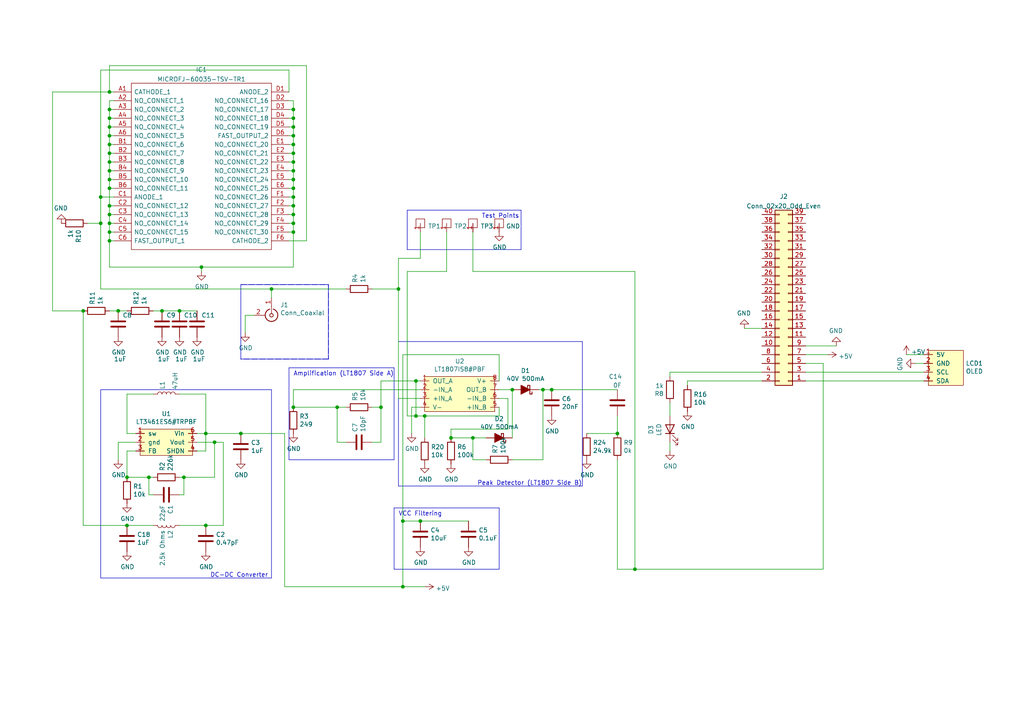
<source format=kicad_sch>
(kicad_sch (version 20211123) (generator eeschema)
  (paper "A4")
  (title_block (title "Cosmic_Watch") (date "2022-08-20") (rev "6.1") (company "Bronco Space CubeSat Laboratory") (comment 1 "Verified Connections, added LED and Switch") (comment 2 "Fixed missed connection on DC-DC Converter") (comment 3 "N/A") (comment 4 "Switched to Arduino Nano Every and added SD Card module") (comment 5 "N/A") (comment 6 "Changed Arduino Nano Every to Raspberry Pi Pico and added booster converter for 3.3V output") (comment 7 "Changed back to Nano"))
  (lib_symbols
    (symbol "Additional_Components:GND" (pin_names (offset 1.016))
      (property "Value" "Additional_Components_GND" (at 0 2.54 0))
      (symbol "GND_1_1"
        (rectangle (start -1.27 1.27) (end 1.27 -1.27))
        (pin input line (at 0 -2.54 90) (length 2.54) (name "~") (number "1"))
      )
    )
    (symbol "Additional_Components:OLED" (pin_names (offset 1.016))
      (property "Reference" "LCD" (at 0 6.35 0))
      (property "Value" "Additional_Components_OLED" (at 0 8.89 0))
      (symbol "OLED_0_1"
        (rectangle (start -5.08 5.08) (end 5.08 -5.08) (fill (type background)))
      )
      (symbol "OLED_1_1"
        (pin input line (at -6.35 3.81 0) (length 2.54) (name "5V") (number "1"))
        (pin input line (at -6.35 1.27 0) (length 2.54) (name "GND") (number "2"))
        (pin input line (at -6.35 -1.27 0) (length 2.54) (name "SCL") (number "3"))
        (pin input line (at -6.35 -3.81 0) (length 2.54) (name "SDA") (number "4"))
      )
    )
    (symbol "Additional_Components:Test_Point1" (pin_names (offset 1.016) hide)
      (property "Reference" "TP" (at 0 2.54 0))
      (symbol "Test_Point1_0_1"
        (rectangle (start -1.27 1.27) (end 1.27 -1.27))
      )
      (symbol "Test_Point1_1_1"
        (pin input line (at 0 -2.54 90) (length 2.54) (name "TP1") (number "1"))
      )
    )
    (symbol "Connector:Conn_Coaxial" (pin_names (offset 1.016) hide)
      (property "Reference" "J" (at 0.254 3.048 0))
      (property "Value" "Conn_Coaxial" (at 2.921 0 90))
      (symbol "Conn_Coaxial_0_1"
        (arc (start -1.778 -0.508) (mid 0.222 -1.808) (end 1.778 0) (stroke (width 0.254)))
        (polyline (pts (xy -2.54 0) (xy -0.508 0)))
        (polyline (pts (xy 0 -2.54) (xy 0 -1.778)))
        (circle (center 0 0) (radius 0.508) (stroke (width 0.2032)))
        (arc (start 1.778 0) (mid 0.222 1.8083) (end -1.778 0.508) (stroke (width 0.254)))
      )
      (symbol "Conn_Coaxial_1_1"
        (pin passive line (at -5.08 0 0) (length 2.54) (name "In") (number "1"))
        (pin passive line (at 0 -5.08 90) (length 2.54) (name "Ext") (number "2"))
      )
    )
    (symbol "Connector_Generic:Conn_02x20_Odd_Even" (pin_names (offset 1.016) hide)
      (property "Reference" "J" (at 1.27 25.4 0))
      (property "Value" "Conn_02x20_Odd_Even" (at 1.27 -27.94 0))
      (symbol "Conn_02x20_Odd_Even_1_1"
        (rectangle (start -1.27 -25.273) (end 0 -25.527) (stroke (width 0.1524)))
        (rectangle (start -1.27 -22.733) (end 0 -22.987) (stroke (width 0.1524)))
        (rectangle (start -1.27 -20.193) (end 0 -20.447) (stroke (width 0.1524)))
        (rectangle (start -1.27 -17.653) (end 0 -17.907) (stroke (width 0.1524)))
        (rectangle (start -1.27 -15.113) (end 0 -15.367) (stroke (width 0.1524)))
        (rectangle (start -1.27 -12.573) (end 0 -12.827) (stroke (width 0.1524)))
        (rectangle (start -1.27 -10.033) (end 0 -10.287) (stroke (width 0.1524)))
        (rectangle (start -1.27 -7.493) (end 0 -7.747) (stroke (width 0.1524)))
        (rectangle (start -1.27 -4.953) (end 0 -5.207) (stroke (width 0.1524)))
        (rectangle (start -1.27 -2.413) (end 0 -2.667) (stroke (width 0.1524)))
        (rectangle (start -1.27 0.127) (end 0 -0.127) (stroke (width 0.1524)))
        (rectangle (start -1.27 2.667) (end 0 2.413) (stroke (width 0.1524)))
        (rectangle (start -1.27 5.207) (end 0 4.953) (stroke (width 0.1524)))
        (rectangle (start -1.27 7.747) (end 0 7.493) (stroke (width 0.1524)))
        (rectangle (start -1.27 10.287) (end 0 10.033) (stroke (width 0.1524)))
        (rectangle (start -1.27 12.827) (end 0 12.573) (stroke (width 0.1524)))
        (rectangle (start -1.27 15.367) (end 0 15.113) (stroke (width 0.1524)))
        (rectangle (start -1.27 17.907) (end 0 17.653) (stroke (width 0.1524)))
        (rectangle (start -1.27 20.447) (end 0 20.193) (stroke (width 0.1524)))
        (rectangle (start -1.27 22.987) (end 0 22.733) (stroke (width 0.1524)))
        (rectangle (start -1.27 24.13) (end 3.81 -26.67) (stroke (width 0.254)) (fill (type background)))
        (rectangle (start 3.81 -25.273) (end 2.54 -25.527) (stroke (width 0.1524)))
        (rectangle (start 3.81 -22.733) (end 2.54 -22.987) (stroke (width 0.1524)))
        (rectangle (start 3.81 -20.193) (end 2.54 -20.447) (stroke (width 0.1524)))
        (rectangle (start 3.81 -17.653) (end 2.54 -17.907) (stroke (width 0.1524)))
        (rectangle (start 3.81 -15.113) (end 2.54 -15.367) (stroke (width 0.1524)))
        (rectangle (start 3.81 -12.573) (end 2.54 -12.827) (stroke (width 0.1524)))
        (rectangle (start 3.81 -10.033) (end 2.54 -10.287) (stroke (width 0.1524)))
        (rectangle (start 3.81 -7.493) (end 2.54 -7.747) (stroke (width 0.1524)))
        (rectangle (start 3.81 -4.953) (end 2.54 -5.207) (stroke (width 0.1524)))
        (rectangle (start 3.81 -2.413) (end 2.54 -2.667) (stroke (width 0.1524)))
        (rectangle (start 3.81 0.127) (end 2.54 -0.127) (stroke (width 0.1524)))
        (rectangle (start 3.81 2.667) (end 2.54 2.413) (stroke (width 0.1524)))
        (rectangle (start 3.81 5.207) (end 2.54 4.953) (stroke (width 0.1524)))
        (rectangle (start 3.81 7.747) (end 2.54 7.493) (stroke (width 0.1524)))
        (rectangle (start 3.81 10.287) (end 2.54 10.033) (stroke (width 0.1524)))
        (rectangle (start 3.81 12.827) (end 2.54 12.573) (stroke (width 0.1524)))
        (rectangle (start 3.81 15.367) (end 2.54 15.113) (stroke (width 0.1524)))
        (rectangle (start 3.81 17.907) (end 2.54 17.653) (stroke (width 0.1524)))
        (rectangle (start 3.81 20.447) (end 2.54 20.193) (stroke (width 0.1524)))
        (rectangle (start 3.81 22.987) (end 2.54 22.733) (stroke (width 0.1524)))
        (pin passive line (at -5.08 22.86 0) (length 3.81) (name "Pin_1") (number "1"))
        (pin passive line (at 7.62 12.7 180) (length 3.81) (name "Pin_10") (number "10"))
        (pin passive line (at -5.08 10.16 0) (length 3.81) (name "Pin_11") (number "11"))
        (pin passive line (at 7.62 10.16 180) (length 3.81) (name "Pin_12") (number "12"))
        (pin passive line (at -5.08 7.62 0) (length 3.81) (name "Pin_13") (number "13"))
        (pin passive line (at 7.62 7.62 180) (length 3.81) (name "Pin_14") (number "14"))
        (pin passive line (at -5.08 5.08 0) (length 3.81) (name "Pin_15") (number "15"))
        (pin passive line (at 7.62 5.08 180) (length 3.81) (name "Pin_16") (number "16"))
        (pin passive line (at -5.08 2.54 0) (length 3.81) (name "Pin_17") (number "17"))
        (pin passive line (at 7.62 2.54 180) (length 3.81) (name "Pin_18") (number "18"))
        (pin passive line (at -5.08 0 0) (length 3.81) (name "Pin_19") (number "19"))
        (pin passive line (at 7.62 22.86 180) (length 3.81) (name "Pin_2") (number "2"))
        (pin passive line (at 7.62 0 180) (length 3.81) (name "Pin_20") (number "20"))
        (pin passive line (at -5.08 -2.54 0) (length 3.81) (name "Pin_21") (number "21"))
        (pin passive line (at 7.62 -2.54 180) (length 3.81) (name "Pin_22") (number "22"))
        (pin passive line (at -5.08 -5.08 0) (length 3.81) (name "Pin_23") (number "23"))
        (pin passive line (at 7.62 -5.08 180) (length 3.81) (name "Pin_24") (number "24"))
        (pin passive line (at -5.08 -7.62 0) (length 3.81) (name "Pin_25") (number "25"))
        (pin passive line (at 7.62 -7.62 180) (length 3.81) (name "Pin_26") (number "26"))
        (pin passive line (at -5.08 -10.16 0) (length 3.81) (name "Pin_27") (number "27"))
        (pin passive line (at 7.62 -10.16 180) (length 3.81) (name "Pin_28") (number "28"))
        (pin passive line (at -5.08 -12.7 0) (length 3.81) (name "Pin_29") (number "29"))
        (pin passive line (at -5.08 20.32 0) (length 3.81) (name "Pin_3") (number "3"))
        (pin passive line (at 7.62 -12.7 180) (length 3.81) (name "Pin_30") (number "30"))
        (pin passive line (at -5.08 -15.24 0) (length 3.81) (name "Pin_31") (number "31"))
        (pin passive line (at 7.62 -15.24 180) (length 3.81) (name "Pin_32") (number "32"))
        (pin passive line (at -5.08 -17.78 0) (length 3.81) (name "Pin_33") (number "33"))
        (pin passive line (at 7.62 -17.78 180) (length 3.81) (name "Pin_34") (number "34"))
        (pin passive line (at -5.08 -20.32 0) (length 3.81) (name "Pin_35") (number "35"))
        (pin passive line (at 7.62 -20.32 180) (length 3.81) (name "Pin_36") (number "36"))
        (pin passive line (at -5.08 -22.86 0) (length 3.81) (name "Pin_37") (number "37"))
        (pin passive line (at 7.62 -22.86 180) (length 3.81) (name "Pin_38") (number "38"))
        (pin passive line (at -5.08 -25.4 0) (length 3.81) (name "Pin_39") (number "39"))
        (pin passive line (at 7.62 20.32 180) (length 3.81) (name "Pin_4") (number "4"))
        (pin passive line (at 7.62 -25.4 180) (length 3.81) (name "Pin_40") (number "40"))
        (pin passive line (at -5.08 17.78 0) (length 3.81) (name "Pin_5") (number "5"))
        (pin passive line (at 7.62 17.78 180) (length 3.81) (name "Pin_6") (number "6"))
        (pin passive line (at -5.08 15.24 0) (length 3.81) (name "Pin_7") (number "7"))
        (pin passive line (at 7.62 15.24 180) (length 3.81) (name "Pin_8") (number "8"))
        (pin passive line (at -5.08 12.7 0) (length 3.81) (name "Pin_9") (number "9"))
      )
    )
    (symbol "Cosmic:MICROFJ-60035-TSV-TR1" (pin_names (offset 0.762))
      (property "Reference" "IC" (at -1.27 26.67 0))
      (property "Value" "MICROFJ-60035-TSV-TR1" (at -7.62 24.13 0))
      (symbol "MICROFJ-60035-TSV-TR1_0_0"
        (pin passive line (at -24.13 20.32 0) (length 5.08) (name "CATHODE_1") (number "A1"))
        (pin passive line (at -24.13 17.78 0) (length 5.08) (name "NO_CONNECT_1") (number "A2"))
        (pin passive line (at -24.13 15.24 0) (length 5.08) (name "NO_CONNECT_2") (number "A3"))
        (pin passive line (at -24.13 12.7 0) (length 5.08) (name "NO_CONNECT_3") (number "A4"))
        (pin passive line (at -24.13 10.16 0) (length 5.08) (name "NO_CONNECT_4") (number "A5"))
        (pin passive line (at -24.13 7.62 0) (length 5.08) (name "NO_CONNECT_5") (number "A6"))
        (pin passive line (at -24.13 5.08 0) (length 5.08) (name "NO_CONNECT_6") (number "B1"))
        (pin passive line (at -24.13 2.54 0) (length 5.08) (name "NO_CONNECT_7") (number "B2"))
        (pin passive line (at -24.13 0 0) (length 5.08) (name "NO_CONNECT_8") (number "B3"))
        (pin passive line (at -24.13 -2.54 0) (length 5.08) (name "NO_CONNECT_9") (number "B4"))
        (pin passive line (at -24.13 -5.08 0) (length 5.08) (name "NO_CONNECT_10") (number "B5"))
        (pin passive line (at -24.13 -7.62 0) (length 5.08) (name "NO_CONNECT_11") (number "B6"))
        (pin passive line (at -24.13 -10.16 0) (length 5.08) (name "ANODE_1") (number "C1"))
        (pin passive line (at -24.13 -12.7 0) (length 5.08) (name "NO_CONNECT_12") (number "C2"))
        (pin passive line (at -24.13 -15.24 0) (length 5.08) (name "NO_CONNECT_13") (number "C3"))
        (pin passive line (at -24.13 -17.78 0) (length 5.08) (name "NO_CONNECT_14") (number "C4"))
        (pin passive line (at -24.13 -20.32 0) (length 5.08) (name "NO_CONNECT_15") (number "C5"))
        (pin passive line (at -24.13 -22.86 0) (length 5.08) (name "FAST_OUTPUT_1") (number "C6"))
        (pin passive line (at 26.67 20.32 180) (length 5.08) (name "ANODE_2") (number "D1"))
        (pin passive line (at 26.67 17.78 180) (length 5.08) (name "NO_CONNECT_16") (number "D2"))
        (pin passive line (at 26.67 15.24 180) (length 5.08) (name "NO_CONNECT_17") (number "D3"))
        (pin passive line (at 26.67 12.7 180) (length 5.08) (name "NO_CONNECT_18") (number "D4"))
        (pin passive line (at 26.67 10.16 180) (length 5.08) (name "NO_CONNECT_19") (number "D5"))
        (pin passive line (at 26.67 7.62 180) (length 5.08) (name "FAST_OUTPUT_2") (number "D6"))
        (pin passive line (at 26.67 5.08 180) (length 5.08) (name "NO_CONNECT_20") (number "E1"))
        (pin passive line (at 26.67 2.54 180) (length 5.08) (name "NO_CONNECT_21") (number "E2"))
        (pin passive line (at 26.67 0 180) (length 5.08) (name "NO_CONNECT_22") (number "E3"))
        (pin passive line (at 26.67 -2.54 180) (length 5.08) (name "NO_CONNECT_23") (number "E4"))
        (pin passive line (at 26.67 -5.08 180) (length 5.08) (name "NO_CONNECT_24") (number "E5"))
        (pin passive line (at 26.67 -7.62 180) (length 5.08) (name "NO_CONNECT_25") (number "E6"))
        (pin passive line (at 26.67 -10.16 180) (length 5.08) (name "NO_CONNECT_26") (number "F1"))
        (pin passive line (at 26.67 -12.7 180) (length 5.08) (name "NO_CONNECT_27") (number "F2"))
        (pin passive line (at 26.67 -15.24 180) (length 5.08) (name "NO_CONNECT_28") (number "F3"))
        (pin passive line (at 26.67 -17.78 180) (length 5.08) (name "NO_CONNECT_29") (number "F4"))
        (pin passive line (at 26.67 -20.32 180) (length 5.08) (name "NO_CONNECT_30") (number "F5"))
        (pin passive line (at 26.67 -22.86 180) (length 5.08) (name "CATHODE_2") (number "F6"))
      )
      (symbol "MICROFJ-60035-TSV-TR1_0_1"
        (polyline (pts (xy -19.05 22.86) (xy 21.59 22.86) (xy 21.59 -25.4) (xy -19.05 -25.4) (xy -19.05 22.86)) (stroke (width 0.1524)))
      )
    )
    (symbol "Device:C" (pin_numbers hide) (pin_names (offset 0.254))
      (property "Reference" "C" (at 0.635 2.54 0))
      (property "Value" "C" (at 0.635 -2.54 0))
      (symbol "C_0_1"
        (polyline (pts (xy -2.032 -0.762) (xy 2.032 -0.762)) (stroke (width 0.508)))
        (polyline (pts (xy -2.032 0.762) (xy 2.032 0.762)) (stroke (width 0.508)))
      )
      (symbol "C_1_1"
        (pin passive line (at 0 3.81 270) (length 2.794) (name "~") (number "1"))
        (pin passive line (at 0 -3.81 90) (length 2.794) (name "~") (number "2"))
      )
    )
    (symbol "Device:D_Schottky_ALT" (pin_numbers hide) (pin_names (offset 1.016) hide)
      (property "Reference" "D" (at 0 2.54 0))
      (property "Value" "Device_D_Schottky_ALT" (at 0 -2.54 0))
      (symbol "D_Schottky_ALT_0_1"
        (polyline (pts (xy 1.27 0) (xy -1.27 0)))
        (polyline (pts (xy 1.27 1.27) (xy 1.27 -1.27) (xy -1.27 0) (xy 1.27 1.27)) (stroke (width 0.254)) (fill (type outline)))
        (polyline (pts (xy -1.905 0.635) (xy -1.905 1.27) (xy -1.27 1.27) (xy -1.27 -1.27) (xy -0.635 -1.27) (xy -0.635 -0.635)) (stroke (width 0.254)))
      )
      (symbol "D_Schottky_ALT_1_1"
        (pin passive line (at -3.81 0 0) (length 2.54) (name "K") (number "1"))
        (pin passive line (at 3.81 0 180) (length 2.54) (name "A") (number "2"))
      )
    )
    (symbol "Device:L" (pin_numbers hide) (pin_names (offset 1.016) hide)
      (property "Reference" "L" (at -1.27 0 90))
      (property "Value" "L" (at 1.905 0 90))
      (symbol "L_0_1"
        (arc (start 0 -2.54) (mid 0.635 -1.905) (end 0 -1.27))
        (arc (start 0 -1.27) (mid 0.635 -0.635) (end 0 0))
        (arc (start 0 0) (mid 0.635 0.635) (end 0 1.27))
        (arc (start 0 1.27) (mid 0.635 1.905) (end 0 2.54))
      )
      (symbol "L_1_1"
        (pin passive line (at 0 3.81 270) (length 1.27) (name "1") (number "1"))
        (pin passive line (at 0 -3.81 90) (length 1.27) (name "2") (number "2"))
      )
    )
    (symbol "Device:LED" (pin_numbers hide) (pin_names (offset 1.016) hide)
      (property "Reference" "D" (at 0 2.54 0))
      (property "Value" "LED" (at 0 -2.54 0))
      (symbol "LED_0_1"
        (polyline (pts (xy -1.27 -1.27) (xy -1.27 1.27)) (stroke (width 0.254)))
        (polyline (pts (xy -1.27 0) (xy 1.27 0)))
        (polyline (pts (xy 1.27 -1.27) (xy 1.27 1.27) (xy -1.27 0) (xy 1.27 -1.27)) (stroke (width 0.254)))
        (polyline (pts (xy -3.048 -0.762) (xy -4.572 -2.286) (xy -3.81 -2.286) (xy -4.572 -2.286) (xy -4.572 -1.524)))
        (polyline (pts (xy -1.778 -0.762) (xy -3.302 -2.286) (xy -2.54 -2.286) (xy -3.302 -2.286) (xy -3.302 -1.524)))
      )
      (symbol "LED_1_1"
        (pin passive line (at -3.81 0 0) (length 2.54) (name "K") (number "1"))
        (pin passive line (at 3.81 0 180) (length 2.54) (name "A") (number "2"))
      )
    )
    (symbol "Device:R" (pin_numbers hide) (pin_names (offset 0))
      (property "Reference" "R" (at 2.032 0 90))
      (property "Value" "R" (at 0 0 90))
      (symbol "R_0_1"
        (rectangle (start -1.016 -2.54) (end 1.016 2.54) (stroke (width 0.254)))
      )
      (symbol "R_1_1"
        (pin passive line (at 0 3.81 270) (length 1.27) (name "~") (number "1"))
        (pin passive line (at 0 -3.81 90) (length 1.27) (name "~") (number "2"))
      )
    )
    (symbol "Missing_ICs:L3461A" (pin_names (offset 1.016))
      (property "Reference" "U" (at 0 6.35 0))
      (property "Value" "Missing_ICs_L3461A" (at 0 3.81 0))
      (symbol "L3461A_0_1"
        (rectangle (start -7.62 2.54) (end 7.62 -5.08) (fill (type background)))
      )
      (symbol "L3461A_1_1"
        (pin input line (at -8.89 1.27 0) (length 2.54) (name "sw") (number "1"))
        (pin input line (at -8.89 -1.27 0) (length 2.54) (name "gnd") (number "2"))
        (pin input line (at -8.89 -3.81 0) (length 2.54) (name "FB") (number "3"))
        (pin input line (at 8.89 -3.81 180) (length 2.54) (name "SHDN") (number "4"))
        (pin input line (at 8.89 -1.27 180) (length 2.54) (name "Vout") (number "5"))
        (pin input line (at 8.89 1.27 180) (length 2.54) (name "Vin") (number "6"))
      )
    )
    (symbol "Missing_ICs:LT1807IS8" (pin_names (offset 1.016))
      (property "Reference" "U" (at 0 10.16 0))
      (property "Value" "Missing_ICs_LT1807IS8" (at 0 7.62 0))
      (symbol "LT1807IS8_0_1"
        (rectangle (start -10.16 6.35) (end 10.16 -3.81) (fill (type background)))
      )
      (symbol "LT1807IS8_1_1"
        (pin input line (at -11.43 5.08 0) (length 2.54) (name "OUT_A") (number "1"))
        (pin input line (at -11.43 2.54 0) (length 2.54) (name "-IN_A") (number "2"))
        (pin input line (at -11.43 0 0) (length 2.54) (name "+IN_A") (number "3"))
        (pin input line (at -11.43 -2.54 0) (length 2.54) (name "V-") (number "4"))
        (pin input line (at 11.43 -2.54 180) (length 2.54) (name "+IN_B") (number "5"))
        (pin input line (at 11.43 0 180) (length 2.54) (name "-IN_B") (number "6"))
        (pin input line (at 11.43 2.54 180) (length 2.54) (name "OUT_B") (number "7"))
        (pin input line (at 11.43 5.08 180) (length 2.54) (name "V+") (number "8"))
      )
    )
    (symbol "power:+5V" (power) (pin_names (offset 0))
      (property "Value" "+5V" (at 0 3.556 0))
      (symbol "+5V_0_1"
        (polyline (pts (xy -0.762 1.27) (xy 0 2.54)))
        (polyline (pts (xy 0 0) (xy 0 2.54)))
        (polyline (pts (xy 0 2.54) (xy 0.762 1.27)))
      )
      (symbol "+5V_1_1"
        (pin power_in line (at 0 0 90) (length 0) hide (name "+5V") (number "1"))
      )
    )
    (symbol "power:GND" (power) (pin_names (offset 0))
      (property "Value" "GND" (at 0 -3.81 0))
      (symbol "GND_0_1"
        (polyline (pts (xy 0 0) (xy 0 -1.27) (xy 1.27 -1.27) (xy 0 -2.54) (xy -1.27 -1.27) (xy 0 -1.27)))
      )
      (symbol "GND_1_1"
        (pin power_in line (at 0 0 270) (length 0) hide (name "GND") (number "1"))
      )
    )
  )
  (junction (at 85.09 36.83))
  (junction (at 85.09 44.45))
  (junction (at 157.48 113.03))
  (junction (at 31.75 41.91))
  (junction (at 123.19 120.65))
  (junction (at 59.69 125.73))
  (junction (at 59.69 152.4))
  (junction (at 85.09 49.53))
  (junction (at 85.09 64.77))
  (junction (at 85.09 34.29))
  (junction (at 130.81 127))
  (junction (at 52.07 90.17))
  (junction (at 85.09 59.69))
  (junction (at 36.83 152.4))
  (junction (at 43.18 138.43))
  (junction (at 85.09 39.37))
  (junction (at 97.79 118.11))
  (junction (at 31.75 49.53))
  (junction (at 120.65 120.65))
  (junction (at 85.09 62.23))
  (junction (at 31.75 54.61))
  (junction (at 85.09 52.07))
  (junction (at 85.09 57.15))
  (junction (at 31.75 36.83))
  (junction (at 78.74 83.82))
  (junction (at 62.23 128.27))
  (junction (at 85.09 46.99))
  (junction (at 31.75 59.69))
  (junction (at 58.42 77.47))
  (junction (at 179.07 125.73))
  (junction (at 46.99 90.17))
  (junction (at 31.75 34.29))
  (junction (at 85.09 41.91))
  (junction (at 69.85 125.73))
  (junction (at 31.75 62.23))
  (junction (at 85.09 67.31))
  (junction (at 85.09 31.75))
  (junction (at 31.75 69.85))
  (junction (at 31.75 26.67))
  (junction (at 85.09 118.11))
  (junction (at 29.21 64.77))
  (junction (at 115.57 83.82))
  (junction (at 31.75 64.77))
  (junction (at 31.75 31.75))
  (junction (at 120.65 110.49))
  (junction (at 31.75 44.45))
  (junction (at 116.84 151.13))
  (junction (at 121.92 151.13))
  (junction (at 184.15 165.1))
  (junction (at 31.75 39.37))
  (junction (at 110.49 118.11))
  (junction (at 160.02 113.03))
  (junction (at 116.84 170.18))
  (junction (at 31.75 52.07))
  (junction (at 24.13 90.17))
  (junction (at 148.59 113.03))
  (junction (at 36.83 138.43))
  (junction (at 29.21 57.15))
  (junction (at 53.34 138.43))
  (junction (at 85.09 54.61))
  (junction (at 137.16 127))
  (junction (at 31.75 46.99))
  (junction (at 31.75 67.31))
  (junction (at 34.29 90.17))
  (wire (pts (xy 85.09 59.69) (xy 85.09 62.23)))
  (wire (pts (xy 121.92 151.13) (xy 135.89 151.13)))
  (wire (pts (xy 115.57 115.57) (xy 121.92 115.57)))
  (wire (pts (xy 115.57 74.93) (xy 115.57 83.82)))
  (wire (pts (xy 184.15 78.74) (xy 184.15 165.1)))
  (wire (pts (xy 83.82 20.32) (xy 29.21 20.32)))
  (wire (pts (xy 120.65 120.65) (xy 118.11 120.65)))
  (wire (pts (xy 58.42 77.47) (xy 58.42 78.74)))
  (wire (pts (xy 31.75 39.37) (xy 31.75 41.91)))
  (wire (pts (xy 31.75 59.69) (xy 33.02 59.69)))
  (wire (pts (xy 31.75 44.45) (xy 33.02 44.45)))
  (wire (pts (xy 78.74 83.82) (xy 78.74 86.36)))
  (wire (pts (xy 83.82 62.23) (xy 85.09 62.23)))
  (wire (pts (xy 110.49 118.11) (xy 110.49 128.27)))
  (wire (pts (xy 157.48 113.03) (xy 157.48 133.35)))
  (wire (pts (xy 199.39 110.49) (xy 199.39 111.76)))
  (wire (pts (xy 220.98 110.49) (xy 199.39 110.49)))
  (wire (pts (xy 85.09 44.45) (xy 85.09 46.99)))
  (wire (pts (xy 31.75 54.61) (xy 33.02 54.61)))
  (wire (pts (xy 83.82 34.29) (xy 85.09 34.29)))
  (wire (pts (xy 31.75 34.29) (xy 33.02 34.29)))
  (wire (pts (xy 215.9 95.25) (xy 220.98 95.25)))
  (polyline (pts (xy 95.25 82.55) (xy 95.25 104.14)) (stroke (width 0) (type solid)))
  (wire (pts (xy 121.92 110.49) (xy 120.65 110.49)))
  (wire (pts (xy 31.75 31.75) (xy 33.02 31.75)))
  (wire (pts (xy 148.59 113.03) (xy 144.78 113.03)))
  (wire (pts (xy 262.89 102.87) (xy 267.97 102.87)))
  (wire (pts (xy 85.09 54.61) (xy 85.09 57.15)))
  (wire (pts (xy 194.31 116.84) (xy 194.31 120.65)))
  (wire (pts (xy 31.75 64.77) (xy 33.02 64.77)))
  (wire (pts (xy 147.32 124.46) (xy 147.32 115.57)))
  (wire (pts (xy 57.15 128.27) (xy 62.23 128.27)))
  (polyline (pts (xy 78.74 113.03) (xy 29.21 113.03)) (stroke (width 0) (type solid)))
  (wire (pts (xy 83.82 52.07) (xy 85.09 52.07)))
  (wire (pts (xy 194.31 128.27) (xy 194.31 130.81)))
  (wire (pts (xy 15.24 26.67) (xy 15.24 90.17)))
  (wire (pts (xy 44.45 90.17) (xy 46.99 90.17)))
  (wire (pts (xy 29.21 64.77) (xy 29.21 83.82)))
  (polyline (pts (xy 118.11 72.39) (xy 118.11 60.96)) (stroke (width 0) (type solid)))
  (wire (pts (xy 123.19 120.65) (xy 123.19 127)))
  (wire (pts (xy 31.75 46.99) (xy 33.02 46.99)))
  (wire (pts (xy 83.82 31.75) (xy 85.09 31.75)))
  (wire (pts (xy 36.83 130.81) (xy 36.83 138.43)))
  (polyline (pts (xy 29.21 167.64) (xy 78.74 167.64)) (stroke (width 0) (type solid)))
  (wire (pts (xy 29.21 83.82) (xy 78.74 83.82)))
  (wire (pts (xy 53.34 138.43) (xy 53.34 143.51)))
  (wire (pts (xy 157.48 113.03) (xy 156.21 113.03)))
  (wire (pts (xy 31.75 29.21) (xy 31.75 31.75)))
  (wire (pts (xy 83.82 64.77) (xy 85.09 64.77)))
  (wire (pts (xy 107.95 118.11) (xy 110.49 118.11)))
  (wire (pts (xy 31.75 36.83) (xy 31.75 39.37)))
  (wire (pts (xy 31.75 26.67) (xy 33.02 26.67)))
  (wire (pts (xy 31.75 67.31) (xy 31.75 69.85)))
  (wire (pts (xy 24.13 152.4) (xy 24.13 90.17)))
  (polyline (pts (xy 114.3 165.1) (xy 114.3 147.32)) (stroke (width 0) (type solid)))
  (wire (pts (xy 71.12 91.44) (xy 71.12 96.52)))
  (wire (pts (xy 59.69 125.73) (xy 59.69 114.3)))
  (wire (pts (xy 44.45 143.51) (xy 43.18 143.51)))
  (wire (pts (xy 53.34 138.43) (xy 52.07 138.43)))
  (wire (pts (xy 31.75 44.45) (xy 31.75 46.99)))
  (wire (pts (xy 194.31 107.95) (xy 194.31 109.22)))
  (polyline (pts (xy 151.13 72.39) (xy 118.11 72.39)) (stroke (width 0) (type solid)))
  (wire (pts (xy 57.15 130.81) (xy 59.69 130.81)))
  (wire (pts (xy 83.82 44.45) (xy 85.09 44.45)))
  (wire (pts (xy 34.29 90.17) (xy 36.83 90.17)))
  (wire (pts (xy 184.15 165.1) (xy 238.76 165.1)))
  (wire (pts (xy 31.75 41.91) (xy 31.75 44.45)))
  (wire (pts (xy 85.09 46.99) (xy 85.09 49.53)))
  (wire (pts (xy 58.42 77.47) (xy 85.09 77.47)))
  (wire (pts (xy 130.81 127) (xy 130.81 124.46)))
  (wire (pts (xy 83.82 57.15) (xy 85.09 57.15)))
  (wire (pts (xy 144.78 110.49) (xy 144.78 102.87)))
  (wire (pts (xy 31.75 41.91) (xy 33.02 41.91)))
  (wire (pts (xy 64.77 128.27) (xy 64.77 152.4)))
  (wire (pts (xy 29.21 20.32) (xy 29.21 57.15)))
  (wire (pts (xy 115.57 83.82) (xy 115.57 115.57)))
  (wire (pts (xy 82.55 170.18) (xy 116.84 170.18)))
  (polyline (pts (xy 69.85 82.55) (xy 95.25 82.55)) (stroke (width 0) (type solid)))
  (wire (pts (xy 29.21 57.15) (xy 29.21 64.77)))
  (wire (pts (xy 85.09 34.29) (xy 85.09 36.83)))
  (polyline (pts (xy 115.57 99.06) (xy 168.91 99.06)) (stroke (width 0) (type solid)))
  (wire (pts (xy 44.45 152.4) (xy 36.83 152.4)))
  (wire (pts (xy 179.07 165.1) (xy 184.15 165.1)))
  (polyline (pts (xy 83.82 133.35) (xy 114.3 133.35)) (stroke (width 0) (type solid)))
  (wire (pts (xy 44.45 138.43) (xy 43.18 138.43)))
  (wire (pts (xy 265.43 105.41) (xy 267.97 105.41)))
  (wire (pts (xy 238.76 105.41) (xy 233.68 105.41)))
  (wire (pts (xy 85.09 62.23) (xy 85.09 64.77)))
  (wire (pts (xy 85.09 41.91) (xy 85.09 44.45)))
  (polyline (pts (xy 69.85 82.55) (xy 95.25 82.55)))
  (wire (pts (xy 83.82 46.99) (xy 85.09 46.99)))
  (wire (pts (xy 120.65 110.49) (xy 110.49 110.49)))
  (wire (pts (xy 85.09 67.31) (xy 85.09 77.47)))
  (wire (pts (xy 31.75 34.29) (xy 31.75 36.83)))
  (wire (pts (xy 88.9 69.85) (xy 83.82 69.85)))
  (polyline (pts (xy 83.82 106.68) (xy 83.82 133.35)) (stroke (width 0) (type solid)))
  (wire (pts (xy 233.68 107.95) (xy 267.97 107.95)))
  (wire (pts (xy 15.24 90.17) (xy 24.13 90.17)))
  (wire (pts (xy 31.75 64.77) (xy 31.75 67.31)))
  (polyline (pts (xy 83.82 106.68) (xy 114.3 106.68)) (stroke (width 0) (type solid)))
  (wire (pts (xy 140.97 127) (xy 137.16 127)))
  (wire (pts (xy 83.82 26.67) (xy 83.82 20.32)))
  (wire (pts (xy 31.75 39.37) (xy 33.02 39.37)))
  (wire (pts (xy 31.75 29.21) (xy 33.02 29.21)))
  (wire (pts (xy 147.32 115.57) (xy 144.78 115.57)))
  (wire (pts (xy 85.09 39.37) (xy 85.09 41.91)))
  (wire (pts (xy 120.65 120.65) (xy 120.65 110.49)))
  (wire (pts (xy 31.75 90.17) (xy 34.29 90.17)))
  (wire (pts (xy 118.11 78.74) (xy 129.54 78.74)))
  (wire (pts (xy 140.97 133.35) (xy 137.16 133.35)))
  (polyline (pts (xy 69.85 82.55) (xy 69.85 104.14)) (stroke (width 0) (type solid)))
  (wire (pts (xy 83.82 59.69) (xy 85.09 59.69)))
  (wire (pts (xy 64.77 152.4) (xy 59.69 152.4)))
  (wire (pts (xy 85.09 29.21) (xy 85.09 31.75)))
  (wire (pts (xy 160.02 113.03) (xy 157.48 113.03)))
  (wire (pts (xy 85.09 31.75) (xy 85.09 34.29)))
  (wire (pts (xy 31.75 69.85) (xy 31.75 77.47)))
  (polyline (pts (xy 114.3 106.68) (xy 114.3 133.35)) (stroke (width 0) (type solid)))
  (polyline (pts (xy 29.21 113.03) (xy 29.21 167.64)) (stroke (width 0) (type solid)))
  (wire (pts (xy 31.75 69.85) (xy 33.02 69.85)))
  (wire (pts (xy 110.49 110.49) (xy 110.49 118.11)))
  (wire (pts (xy 85.09 49.53) (xy 85.09 52.07)))
  (polyline (pts (xy 115.57 115.57) (xy 115.57 140.97)) (stroke (width 0) (type solid)))
  (wire (pts (xy 39.37 128.27) (xy 34.29 128.27)))
  (wire (pts (xy 31.75 26.67) (xy 31.75 19.05)))
  (wire (pts (xy 85.09 118.11) (xy 85.09 113.03)))
  (wire (pts (xy 85.09 36.83) (xy 85.09 39.37)))
  (wire (pts (xy 148.59 127) (xy 148.59 113.03)))
  (polyline (pts (xy 95.25 104.14) (xy 69.85 104.14)))
  (polyline (pts (xy 115.57 140.97) (xy 168.91 140.97)) (stroke (width 0) (type solid)))
  (wire (pts (xy 129.54 78.74) (xy 129.54 67.31)))
  (wire (pts (xy 116.84 151.13) (xy 121.92 151.13)))
  (polyline (pts (xy 114.3 147.32) (xy 144.78 147.32)) (stroke (width 0) (type solid)))
  (wire (pts (xy 83.82 36.83) (xy 85.09 36.83)))
  (wire (pts (xy 118.11 78.74) (xy 118.11 120.65)))
  (polyline (pts (xy 118.11 60.96) (xy 151.13 60.96)) (stroke (width 0) (type solid)))
  (wire (pts (xy 116.84 151.13) (xy 116.84 170.18)))
  (wire (pts (xy 83.82 29.21) (xy 85.09 29.21)))
  (wire (pts (xy 43.18 143.51) (xy 43.18 138.43)))
  (wire (pts (xy 82.55 125.73) (xy 82.55 170.18)))
  (wire (pts (xy 36.83 114.3) (xy 44.45 114.3)))
  (wire (pts (xy 59.69 152.4) (xy 52.07 152.4)))
  (wire (pts (xy 69.85 125.73) (xy 82.55 125.73)))
  (wire (pts (xy 144.78 120.65) (xy 123.19 120.65)))
  (wire (pts (xy 46.99 90.17) (xy 52.07 90.17)))
  (wire (pts (xy 144.78 102.87) (xy 116.84 102.87)))
  (wire (pts (xy 52.07 114.3) (xy 59.69 114.3)))
  (wire (pts (xy 88.9 19.05) (xy 88.9 69.85)))
  (wire (pts (xy 179.07 125.73) (xy 170.18 125.73)))
  (polyline (pts (xy 95.25 104.14) (xy 69.85 104.14)) (stroke (width 0) (type solid)))
  (wire (pts (xy 83.82 67.31) (xy 85.09 67.31)))
  (wire (pts (xy 85.09 118.11) (xy 97.79 118.11)))
  (wire (pts (xy 115.57 83.82) (xy 107.95 83.82)))
  (wire (pts (xy 39.37 125.73) (xy 36.83 125.73)))
  (wire (pts (xy 194.31 107.95) (xy 220.98 107.95)))
  (wire (pts (xy 116.84 102.87) (xy 116.84 151.13)))
  (wire (pts (xy 52.07 90.17) (xy 57.15 90.17)))
  (wire (pts (xy 83.82 41.91) (xy 85.09 41.91)))
  (wire (pts (xy 100.33 128.27) (xy 97.79 128.27)))
  (polyline (pts (xy 168.91 99.06) (xy 168.91 140.97)) (stroke (width 0) (type solid)))
  (wire (pts (xy 31.75 31.75) (xy 31.75 34.29)))
  (wire (pts (xy 119.38 118.11) (xy 119.38 125.73)))
  (wire (pts (xy 116.84 170.18) (xy 123.19 170.18)))
  (wire (pts (xy 137.16 127) (xy 130.81 127)))
  (wire (pts (xy 31.75 59.69) (xy 31.75 62.23)))
  (polyline (pts (xy 78.74 167.64) (xy 78.74 113.03)) (stroke (width 0) (type solid)))
  (wire (pts (xy 97.79 118.11) (xy 100.33 118.11)))
  (wire (pts (xy 121.92 74.93) (xy 115.57 74.93)))
  (wire (pts (xy 31.75 54.61) (xy 31.75 59.69)))
  (wire (pts (xy 85.09 64.77) (xy 85.09 67.31)))
  (polyline (pts (xy 95.25 82.55) (xy 95.25 104.14)))
  (wire (pts (xy 62.23 138.43) (xy 53.34 138.43)))
  (wire (pts (xy 137.16 78.74) (xy 137.16 67.31)))
  (wire (pts (xy 53.34 143.51) (xy 52.07 143.51)))
  (wire (pts (xy 59.69 125.73) (xy 59.69 130.81)))
  (wire (pts (xy 31.75 62.23) (xy 31.75 64.77)))
  (wire (pts (xy 137.16 133.35) (xy 137.16 127)))
  (wire (pts (xy 39.37 130.81) (xy 36.83 130.81)))
  (wire (pts (xy 121.92 67.31) (xy 121.92 74.93)))
  (wire (pts (xy 36.83 125.73) (xy 36.83 114.3)))
  (wire (pts (xy 62.23 128.27) (xy 62.23 138.43)))
  (wire (pts (xy 83.82 54.61) (xy 85.09 54.61)))
  (wire (pts (xy 107.95 128.27) (xy 110.49 128.27)))
  (wire (pts (xy 238.76 105.41) (xy 238.76 165.1)))
  (polyline (pts (xy 144.78 165.1) (xy 114.3 165.1)) (stroke (width 0) (type solid)))
  (wire (pts (xy 57.15 125.73) (xy 59.69 125.73)))
  (wire (pts (xy 78.74 83.82) (xy 100.33 83.82)))
  (wire (pts (xy 59.69 125.73) (xy 69.85 125.73)))
  (polyline (pts (xy 144.78 147.32) (xy 144.78 165.1)) (stroke (width 0) (type solid)))
  (wire (pts (xy 31.75 62.23) (xy 33.02 62.23)))
  (wire (pts (xy 31.75 52.07) (xy 33.02 52.07)))
  (polyline (pts (xy 151.13 60.96) (xy 151.13 72.39)) (stroke (width 0) (type solid)))
  (wire (pts (xy 31.75 46.99) (xy 31.75 49.53)))
  (wire (pts (xy 184.15 78.74) (xy 137.16 78.74)))
  (wire (pts (xy 83.82 39.37) (xy 85.09 39.37)))
  (wire (pts (xy 83.82 49.53) (xy 85.09 49.53)))
  (wire (pts (xy 85.09 113.03) (xy 121.92 113.03)))
  (wire (pts (xy 33.02 57.15) (xy 29.21 57.15)))
  (wire (pts (xy 85.09 52.07) (xy 85.09 54.61)))
  (wire (pts (xy 31.75 52.07) (xy 31.75 54.61)))
  (wire (pts (xy 179.07 165.1) (xy 179.07 133.35)))
  (wire (pts (xy 179.07 113.03) (xy 160.02 113.03)))
  (wire (pts (xy 130.81 124.46) (xy 147.32 124.46)))
  (wire (pts (xy 62.23 128.27) (xy 64.77 128.27)))
  (wire (pts (xy 121.92 118.11) (xy 119.38 118.11)))
  (wire (pts (xy 34.29 128.27) (xy 34.29 133.35)))
  (wire (pts (xy 144.78 118.11) (xy 144.78 120.65)))
  (wire (pts (xy 31.75 36.83) (xy 33.02 36.83)))
  (wire (pts (xy 233.68 100.33) (xy 242.57 100.33)))
  (wire (pts (xy 73.66 91.44) (xy 71.12 91.44)))
  (wire (pts (xy 15.24 26.67) (xy 31.75 26.67)))
  (wire (pts (xy 31.75 49.53) (xy 31.75 52.07)))
  (wire (pts (xy 233.68 110.49) (xy 267.97 110.49)))
  (wire (pts (xy 31.75 19.05) (xy 88.9 19.05)))
  (wire (pts (xy 31.75 49.53) (xy 33.02 49.53)))
  (wire (pts (xy 29.21 64.77) (xy 25.4 64.77)))
  (wire (pts (xy 31.75 67.31) (xy 33.02 67.31)))
  (wire (pts (xy 157.48 133.35) (xy 148.59 133.35)))
  (wire (pts (xy 85.09 57.15) (xy 85.09 59.69)))
  (wire (pts (xy 43.18 138.43) (xy 36.83 138.43)))
  (wire (pts (xy 24.13 152.4) (xy 36.83 152.4)))
  (wire (pts (xy 97.79 118.11) (xy 97.79 128.27)))
  (wire (pts (xy 31.75 77.47) (xy 58.42 77.47)))
  (wire (pts (xy 179.07 120.65) (xy 179.07 125.73)))
  (wire (pts (xy 233.68 102.87) (xy 240.03 102.87)))
  (wire (pts (xy 123.19 120.65) (xy 120.65 120.65)))
  (text "Peak Detector (LT1807 Side B)" (at 138.43 140.97 0) (effects (font (size 1.27 1.27)) (justify left bottom)))
  (text "Test Points\n" (at 139.7 63.5 0) (effects (font (size 1.27 1.27)) (justify left bottom)))
  (text "VCC Filtering\n" (at 115.57 149.86 0) (effects (font (size 1.27 1.27)) (justify left bottom)))
  (text "Amplification (LT1807 Side A)" (at 85.09 109.22 0) (effects (font (size 1.27 1.27)) (justify left bottom)))
  (text "DC-DC Converter" (at 60.96 167.64 0) (effects (font (size 1.27 1.27)) (justify left bottom)))
  (symbol (lib_id "Device:R") (at 85.09 121.92 0) (unit 1)
    (property "Reference" "R3" (at 86.868 120.7516 0) (effects (justify left)))
    (property "Value" "249" (at 86.868 123.063 0) (effects (justify left)))
    (property "Footprint" "Resistor_SMD:R_0805_2012Metric_Pad1.20x1.40mm_HandSolder" (effects hide))
  )
  (symbol (lib_id "Device:R") (at 179.07 129.54 0) (unit 1)
    (property "Reference" "R9" (at 180.848 128.3716 0) (effects (justify left)))
    (property "Value" "0k" (at 180.848 130.683 0) (effects (justify left)))
    (property "Footprint" "Resistor_SMD:R_0805_2012Metric_Pad1.20x1.40mm_HandSolder" (effects hide))
  )
  (symbol (lib_id "Device:R") (at 123.19 130.81 0) (unit 1)
    (property "Reference" "R20" (at 124.968 129.6416 0) (effects (justify left)))
    (property "Value" "10k" (at 124.968 131.953 0) (effects (justify left)))
    (property "Footprint" "Resistor_SMD:R_0805_2012Metric_Pad1.20x1.40mm_HandSolder" (effects hide))
  )
  (symbol (lib_id "Device:R") (at 170.18 129.54 0) (unit 1)
    (property "Reference" "R24" (at 171.958 128.3716 0) (effects (justify left)))
    (property "Value" "24.9k" (at 171.958 130.683 0) (effects (justify left)))
    (property "Footprint" "Resistor_SMD:R_0805_2012Metric_Pad1.20x1.40mm_HandSolder" (effects hide))
  )
  (symbol (lib_id "Device:R") (at 104.14 83.82 90) (unit 1)
    (property "Reference" "R4" (at 102.9716 82.042 0) (effects (justify left)))
    (property "Value" "1k" (at 105.283 82.042 0) (effects (justify left)))
    (property "Footprint" "Resistor_SMD:R_0805_2012Metric_Pad1.20x1.40mm_HandSolder" (effects hide))
  )
  (symbol (lib_id "Device:R") (at 194.31 113.03 180) (unit 1)
    (property "Reference" "R8" (at 192.532 114.1984 0) (effects (justify left)))
    (property "Value" "1k" (at 192.532 111.887 0) (effects (justify left)))
    (property "Footprint" "Resistor_SMD:R_0805_2012Metric_Pad1.20x1.40mm_HandSolder" (effects hide))
  )
  (symbol (lib_id "Device:R") (at 48.26 138.43 90) (unit 1)
    (property "Reference" "R2" (at 47.0916 136.652 0) (effects (justify left)))
    (property "Value" "226k" (at 49.403 136.652 0) (effects (justify left)))
    (property "Footprint" "Resistor_SMD:R_0805_2012Metric_Pad1.20x1.40mm_HandSolder" (effects hide))
  )
  (symbol (lib_id "Device:R") (at 36.83 142.24 0) (unit 1)
    (property "Reference" "R1" (at 38.608 141.0716 0) (effects (justify left)))
    (property "Value" "10k" (at 38.608 143.383 0) (effects (justify left)))
    (property "Footprint" "Resistor_SMD:R_0805_2012Metric_Pad1.20x1.40mm_HandSolder" (effects hide))
  )
  (symbol (lib_id "Device:R") (at 144.78 133.35 90) (unit 1)
    (property "Reference" "R7" (at 143.6116 131.572 0) (effects (justify left)))
    (property "Value" "100k" (at 145.923 131.572 0) (effects (justify left)))
    (property "Footprint" "Resistor_SMD:R_0805_2012Metric_Pad1.20x1.40mm_HandSolder" (effects hide))
  )
  (symbol (lib_id "Device:L") (at 48.26 114.3 90) (unit 1)
    (property "Reference" "L1" (at 47.0916 112.9538 0) (effects (justify left)))
    (property "Value" "47uH" (at 50.8 113.03 0) (effects (justify left)))
    (property "Footprint" "Inductor_SMD:L_1210_3225Metric_Pad1.42x2.65mm_HandSolder" (effects hide))
  )
  (symbol (lib_id "Device:R") (at 104.14 118.11 90) (unit 1)
    (property "Reference" "R5" (at 102.9716 116.332 0) (effects (justify left)))
    (property "Value" "10k" (at 105.283 116.332 0) (effects (justify left)))
    (property "Footprint" "Resistor_SMD:R_0805_2012Metric_Pad1.20x1.40mm_HandSolder" (effects hide))
  )
  (symbol (lib_id "Device:L") (at 48.26 152.4 270) (unit 1)
    (property "Reference" "L2" (at 49.4284 153.7462 0) (effects (justify left)))
    (property "Value" "2.5k Ohms" (at 47.117 153.7462 0) (effects (justify left)))
    (property "Footprint" "Inductor_SMD:L_0805_2012Metric_Pad1.15x1.40mm_HandSolder" (effects hide))
  )
  (symbol (lib_id "Device:R") (at 199.39 115.57 0) (unit 1)
    (property "Reference" "R16" (at 201.168 114.4016 0) (effects (justify left)))
    (property "Value" "10k" (at 201.168 116.713 0) (effects (justify left)))
    (property "Footprint" "Resistor_SMD:R_0805_2012Metric_Pad1.20x1.40mm_HandSolder" (effects hide))
  )
  (symbol (lib_id "Device:R") (at 130.81 130.81 0) (unit 1)
    (property "Reference" "R6" (at 132.588 129.6416 0) (effects (justify left)))
    (property "Value" "100k" (at 132.588 131.953 0) (effects (justify left)))
    (property "Footprint" "Resistor_SMD:R_0805_2012Metric_Pad1.20x1.40mm_HandSolder" (effects hide))
  )
  (symbol (lib_id "Device:C") (at 48.26 143.51 270) (unit 1)
    (property "Reference" "C1" (at 49.4284 146.431 0) (effects (justify left)))
    (property "Value" "22pF" (at 47.117 146.431 0) (effects (justify left)))
    (property "Footprint" "Capacitor_SMD:C_0805_2012Metric_Pad1.18x1.45mm_HandSolder" (effects hide))
  )
  (symbol (lib_id "Device:C") (at 59.69 156.21 0) (unit 1)
    (property "Reference" "C2" (at 62.611 155.0416 0) (effects (justify left)))
    (property "Value" "0.47pF" (at 62.611 157.353 0) (effects (justify left)))
    (property "Footprint" "Capacitor_SMD:C_0805_2012Metric_Pad1.18x1.45mm_HandSolder" (effects hide))
  )
  (symbol (lib_id "Device:C") (at 69.85 129.54 0) (unit 1)
    (property "Reference" "C3" (at 72.771 128.3716 0) (effects (justify left)))
    (property "Value" "1uF" (at 72.771 130.683 0) (effects (justify left)))
    (property "Footprint" "Capacitor_SMD:C_0805_2012Metric_Pad1.18x1.45mm_HandSolder" (effects hide))
  )
  (symbol (lib_id "Device:C") (at 121.92 154.94 0) (unit 1)
    (property "Reference" "C4" (at 124.841 153.7716 0) (effects (justify left)))
    (property "Value" "10uF" (at 124.841 156.083 0) (effects (justify left)))
    (property "Footprint" "Capacitor_SMD:C_0805_2012Metric_Pad1.18x1.45mm_HandSolder" (effects hide))
  )
  (symbol (lib_id "Device:C") (at 135.89 154.94 0) (unit 1)
    (property "Reference" "C5" (at 138.811 153.7716 0) (effects (justify left)))
    (property "Value" "0.1uF" (at 138.811 156.083 0) (effects (justify left)))
    (property "Footprint" "Capacitor_SMD:C_0805_2012Metric_Pad1.18x1.45mm_HandSolder" (effects hide))
  )
  (symbol (lib_id "Device:C") (at 160.02 116.84 0) (unit 1)
    (property "Reference" "C6" (at 162.941 115.6716 0) (effects (justify left)))
    (property "Value" "20nF" (at 162.941 117.983 0) (effects (justify left)))
    (property "Footprint" "Capacitor_SMD:C_0805_2012Metric_Pad1.18x1.45mm_HandSolder" (effects hide))
  )
  (symbol (lib_id "Device:C") (at 104.14 128.27 90) (unit 1)
    (property "Reference" "C7" (at 102.9716 125.349 0) (effects (justify left)))
    (property "Value" "10pF" (at 105.283 125.349 0) (effects (justify left)))
    (property "Footprint" "Capacitor_SMD:C_0805_2012Metric_Pad1.18x1.45mm_HandSolder" (effects hide))
  )
  (symbol (lib_id "Device:C") (at 179.07 116.84 0) (unit 1)
    (property "Reference" "C14" (at 176.53 109.22 0) (effects (justify left)))
    (property "Value" "0F" (at 177.8 111.76 0) (effects (justify left)))
    (property "Footprint" "Capacitor_SMD:C_0805_2012Metric_Pad1.18x1.45mm_HandSolder" (effects hide))
  )
  (symbol (lib_id "Device:C") (at 36.83 156.21 0) (unit 1)
    (property "Reference" "C18" (at 39.751 155.0416 0) (effects (justify left)))
    (property "Value" "1uF" (at 39.751 157.353 0) (effects (justify left)))
    (property "Footprint" "Capacitor_SMD:C_0805_2012Metric_Pad1.18x1.45mm_HandSolder" (effects hide))
  )
  (symbol (lib_id "Device:LED") (at 194.31 124.46 90) (unit 1)
    (property "Reference" "D3" (at 188.7982 124.6378 0))
    (property "Value" "LED" (at 191.1096 124.6378 0))
    (property "Footprint" "LED_SMD:LED_0805_2012Metric" (effects hide))
  )
  (symbol (lib_id "Device:D_Schottky_ALT") (at 152.4 113.03 180) (unit 1)
    (property "Reference" "D1" (at 152.4 107.5182 0))
    (property "Value" "40V 500mA" (at 152.4 109.8296 0))
    (property "Footprint" "Diode_SMD:D_SOD-123" (effects hide))
  )
  (symbol (lib_id "Device:D_Schottky_ALT") (at 144.78 127 180) (unit 1)
    (property "Reference" "D2" (at 144.78 121.4882 0))
    (property "Value" "40V 500mA" (at 144.78 123.7996 0))
    (property "Footprint" "Diode_SMD:D_SOD-123" (effects hide))
  )
  (symbol (lib_id "power:GND") (at 194.31 130.81 0) (unit 1)
    (property "Reference" "#PWR0105" (effects hide))
    (property "Value" "GND" (at 194.437 135.2042 0))
  )
  (symbol (lib_id "power:GND") (at 121.92 158.75 0) (unit 1)
    (property "Reference" "#PWR0108" (effects hide))
    (property "Value" "GND" (at 122.047 163.1442 0))
  )
  (symbol (lib_id "power:GND") (at 135.89 158.75 0) (unit 1)
    (property "Reference" "#PWR0109" (effects hide))
    (property "Value" "GND" (at 136.017 163.1442 0))
  )
  (symbol (lib_id "power:GND") (at 119.38 125.73 0) (unit 1)
    (property "Reference" "#PWR0110" (effects hide))
    (property "Value" "GND" (at 119.507 130.1242 0))
  )
  (symbol (lib_id "power:GND") (at 199.39 119.38 0) (unit 1)
    (property "Reference" "#PWR0103" (effects hide))
    (property "Value" "GND" (at 199.517 123.7742 0))
  )
  (symbol (lib_id "power:GND") (at 160.02 120.65 0) (unit 1)
    (property "Reference" "#PWR0111" (effects hide))
    (property "Value" "GND" (at 160.147 125.0442 0))
  )
  (symbol (lib_id "Additional_Components:OLED") (at 274.32 106.68 0) (unit 1)
    (property "Reference" "LCD1" (at 280.1112 105.3846 0) (effects (justify left)))
    (property "Value" "OLED" (at 280.1112 107.696 0) (effects (justify left)))
    (property "Footprint" "OLED:128x64OLED" (effects hide))
  )
  (symbol (lib_id "power:GND") (at 170.18 133.35 0) (unit 1)
    (property "Reference" "#PWR0112" (effects hide))
    (property "Value" "GND" (at 170.307 137.7442 0))
  )
  (symbol (lib_id "power:GND") (at 130.81 134.62 0) (unit 1)
    (property "Reference" "#PWR0113" (effects hide))
    (property "Value" "GND" (at 130.937 139.0142 0))
  )
  (symbol (lib_id "power:GND") (at 85.09 125.73 0) (unit 1)
    (property "Reference" "#PWR0114" (effects hide))
    (property "Value" "GND" (at 85.217 130.1242 0))
  )
  (symbol (lib_id "Additional_Components:Test_Point1") (at 121.92 64.77 0) (unit 1)
    (property "Reference" "TP1" (at 124.1552 65.6082 0) (effects (justify left)))
    (property "Value" "Test_Point1" (effects hide))
    (property "Footprint" "TestPoint:TestPoint_THTPad_D3.0mm_Drill1.5mm" (effects hide))
  )
  (symbol (lib_id "Additional_Components:Test_Point1") (at 129.54 64.77 0) (unit 1)
    (property "Reference" "TP2" (at 131.7752 65.6082 0) (effects (justify left)))
    (property "Value" "Test_Point1" (effects hide))
    (property "Footprint" "TestPoint:TestPoint_THTPad_D3.0mm_Drill1.5mm" (effects hide))
  )
  (symbol (lib_id "Additional_Components:Test_Point1") (at 137.16 64.77 0) (unit 1)
    (property "Reference" "TP3" (at 139.3952 65.6082 0) (effects (justify left)))
    (property "Value" "Test_Point1" (effects hide))
    (property "Footprint" "TestPoint:TestPoint_THTPad_D3.0mm_Drill1.5mm" (effects hide))
  )
  (symbol (lib_id "Additional_Components:GND") (at 144.78 64.77 0) (unit 1)
    (property "Reference" "TP4" (effects hide))
    (property "Value" "GND" (at 146.7612 65.6082 0) (effects (justify left)))
    (property "Footprint" "TestPoint:TestPoint_THTPad_4.0x4.0mm_Drill2.0mm" (effects hide))
  )
  (symbol (lib_id "power:GND") (at 144.78 67.31 0) (unit 1)
    (property "Reference" "#PWR0115" (effects hide))
    (property "Value" "GND" (at 144.907 71.7042 0))
  )
  (symbol (lib_id "power:GND") (at 123.19 134.62 0) (unit 1)
    (property "Reference" "#PWR0116" (effects hide))
    (property "Value" "GND" (at 123.317 139.0142 0))
  )
  (symbol (lib_id "Connector:Conn_Coaxial") (at 78.74 91.44 270) (unit 1)
    (property "Reference" "J1" (at 81.28 88.4428 90) (effects (justify left)))
    (property "Value" "Conn_Coaxial" (at 81.28 90.7542 90) (effects (justify left)))
    (property "Footprint" "Connector_Coaxial:BNC_Amphenol_B6252HB-NPP3G-50_Horizontal" (effects hide))
    (property "Datasheet" " ~" (effects hide))
  )
  (symbol (lib_id "power:GND") (at 59.69 160.02 0) (unit 1)
    (property "Reference" "#PWR0120" (effects hide))
    (property "Value" "GND" (at 59.817 164.4142 0))
  )
  (symbol (lib_id "power:GND") (at 69.85 133.35 0) (unit 1)
    (property "Reference" "#PWR0118" (effects hide))
    (property "Value" "GND" (at 69.977 137.7442 0))
  )
  (symbol (lib_id "power:GND") (at 36.83 160.02 0) (unit 1)
    (property "Reference" "#PWR0119" (effects hide))
    (property "Value" "GND" (at 36.957 164.4142 0))
  )
  (symbol (lib_id "power:GND") (at 71.12 96.52 0) (unit 1)
    (property "Reference" "#PWR0122" (effects hide))
    (property "Value" "GND" (at 71.247 100.9142 0))
  )
  (symbol (lib_id "power:GND") (at 34.29 133.35 0) (unit 1)
    (property "Reference" "#PWR0123" (effects hide))
    (property "Value" "GND" (at 34.417 137.7442 0))
  )
  (symbol (lib_id "power:GND") (at 36.83 146.05 0) (unit 1)
    (property "Reference" "#PWR0124" (effects hide))
    (property "Value" "GND" (at 36.957 150.4442 0))
  )
  (symbol (lib_id "Missing_ICs:LT1807IS8") (at 133.35 115.57 0) (unit 1)
    (property "Reference" "U2" (at 133.35 104.775 0))
    (property "Value" "LT1807IS8#PBF" (at 133.35 107.0864 0))
    (property "Footprint" "Package_SO:SOIC-8_3.9x4.9mm_P1.27mm" (effects hide))
  )
  (symbol (lib_id "Missing_ICs:L3461A") (at 48.26 127 0) (unit 1)
    (property "Reference" "U1" (at 48.26 120.015 0))
    (property "Value" "LT3461ES6#TRPBF" (at 48.26 122.3264 0))
    (property "Footprint" "Package_TO_SOT_SMD:TSOT-23-6" (effects hide))
  )
  (symbol (lib_id "power:+5V") (at 123.19 170.18 270) (unit 1)
    (property "Reference" "#PWR0101" (effects hide))
    (property "Value" "+5V" (at 126.365 170.659 90) (effects (justify left)))
  )
  (symbol (lib_id "power:GND") (at 57.15 97.79 0) (unit 1)
    (property "Reference" "#PWR0125" (effects hide))
    (property "Value" "GND" (at 57.277 102.1842 0))
  )
  (symbol (lib_id "Connector_Generic:Conn_02x20_Odd_Even") (at 228.6 87.63 180) (unit 1)
    (property "Reference" "J2" (at 227.33 56.9935 0))
    (property "Value" "Conn_02x20_Odd_Even" (at 227.33 59.7686 0))
    (property "Footprint" "Connector_PinSocket_2.54mm:PinSocket_2x20_P2.54mm_Vertical" (effects hide))
  )
  (symbol (lib_id "power:GND") (at 52.07 97.79 0) (unit 1)
    (property "Reference" "#PWR0121" (effects hide))
    (property "Value" "GND" (at 52.197 102.1842 0))
  )
  (symbol (lib_id "power:GND") (at 46.99 97.79 0) (unit 1)
    (property "Reference" "#PWR0106" (effects hide))
    (property "Value" "GND" (at 47.117 102.1842 0))
  )
  (symbol (lib_id "power:+5V") (at 262.89 102.87 0) (unit 1)
    (property "Reference" "#PWR0133" (effects hide))
    (property "Value" "+5V" (at 264.287 102.079 0) (effects (justify left)))
  )
  (symbol (lib_id "Device:C") (at 46.99 93.98 0) (unit 1)
    (property "Reference" "C9" (at 48.26 91.44 0) (effects (justify left)))
    (property "Value" "1uF" (at 45.72 104.14 0) (effects (justify left)))
    (property "Footprint" "Capacitor_SMD:C_0805_2012Metric_Pad1.18x1.45mm_HandSolder" (effects hide))
  )
  (symbol (lib_id "Device:R") (at 40.64 90.17 90) (unit 1)
    (property "Reference" "R12" (at 39.4716 88.392 0) (effects (justify left)))
    (property "Value" "1k" (at 41.783 88.392 0) (effects (justify left)))
    (property "Footprint" "Resistor_SMD:R_0805_2012Metric_Pad1.20x1.40mm_HandSolder" (effects hide))
  )
  (symbol (lib_id "Device:C") (at 52.07 93.98 0) (unit 1)
    (property "Reference" "C10" (at 53.34 91.44 0) (effects (justify left)))
    (property "Value" "1uF" (at 50.8 104.14 0) (effects (justify left)))
    (property "Footprint" "Capacitor_SMD:C_0805_2012Metric_Pad1.18x1.45mm_HandSolder" (effects hide))
  )
  (symbol (lib_id "power:+5V") (at 240.03 102.87 270) (unit 1)
    (property "Reference" "#PWR0102" (effects hide))
    (property "Value" "+5V" (at 243.205 103.349 90) (effects (justify left)))
  )
  (symbol (lib_id "Device:R") (at 21.59 64.77 270) (unit 1)
    (property "Reference" "R10" (at 22.7584 66.548 0) (effects (justify left)))
    (property "Value" "1k" (at 20.447 66.548 0) (effects (justify left)))
    (property "Footprint" "Resistor_SMD:R_0805_2012Metric_Pad1.20x1.40mm_HandSolder" (effects hide))
  )
  (symbol (lib_id "power:GND") (at 242.57 100.33 180) (unit 1)
    (property "Reference" "#PWR0138" (effects hide))
    (property "Value" "GND" (at 242.443 95.9358 0))
  )
  (symbol (lib_id "power:GND") (at 58.42 78.74 0) (unit 1)
    (property "Reference" "#PWR0104" (effects hide))
    (property "Value" "GND" (at 58.547 83.1342 0))
  )
  (symbol (lib_id "power:GND") (at 215.9 95.25 180) (unit 1)
    (property "Reference" "#PWR0139" (effects hide))
    (property "Value" "GND" (at 215.773 90.8558 0))
  )
  (symbol (lib_id "Device:C") (at 57.15 93.98 0) (unit 1)
    (property "Reference" "C11" (at 58.42 91.44 0) (effects (justify left)))
    (property "Value" "1uF" (at 55.88 104.14 0) (effects (justify left)))
    (property "Footprint" "Capacitor_SMD:C_0805_2012Metric_Pad1.18x1.45mm_HandSolder" (effects hide))
  )
  (symbol (lib_id "power:GND") (at 34.29 97.79 0) (unit 1)
    (property "Reference" "#PWR0117" (effects hide))
    (property "Value" "GND" (at 34.417 102.1842 0))
  )
  (symbol (lib_id "Cosmic:MICROFJ-60035-TSV-TR1") (at 57.15 46.99 0) (unit 1)
    (property "Reference" "IC1" (at 58.42 20.2143 0))
    (property "Value" "MICROFJ-60035-TSV-TR1" (at 58.42 22.9894 0))
    (property "Footprint" "cosmic_Library:MICROFJ60035TSVTR1" (effects hide))
    (property "Datasheet" "https://www.onsemi.com/pdf/datasheet/microj-series-d.pdf" (effects hide))
    (property "Description" "Photodiodes J-SERIES 6MM 35U TSV" (effects hide))
    (property "Height" "0.67" (effects hide))
    (property "Mouser Part Number" "863-MFJ60035TSVTR1" (effects hide))
    (property "Mouser Price/Stock" "https://www.mouser.co.uk/ProductDetail/onsemi/MICROFJ-60035-TSV-TR1?qs=byeeYqUIh0NZJG9dg5%252B6Ug%3D%3D" (effects hide))
    (property "Manufacturer_Name" "onsemi" (effects hide))
    (property "Manufacturer_Part_Number" "MICROFJ-60035-TSV-TR1" (effects hide))
  )
  (symbol (lib_id "power:GND") (at 17.78 64.77 180) (unit 1)
    (property "Reference" "#PWR0132" (effects hide))
    (property "Value" "GND" (at 17.653 60.3758 0))
  )
  (symbol (lib_id "Device:R") (at 27.94 90.17 90) (unit 1)
    (property "Reference" "R11" (at 26.7716 88.392 0) (effects (justify left)))
    (property "Value" "1k" (at 29.083 88.392 0) (effects (justify left)))
    (property "Footprint" "Resistor_SMD:R_0805_2012Metric_Pad1.20x1.40mm_HandSolder" (effects hide))
  )
  (symbol (lib_id "power:GND") (at 265.43 105.41 270) (unit 1)
    (property "Reference" "#PWR0134" (effects hide))
    (property "Value" "GND" (at 261.0358 105.537 0))
  )
  (symbol (lib_id "Device:C") (at 34.29 93.98 0) (unit 1)
    (property "Reference" "C8" (at 35.56 91.44 0) (effects (justify left)))
    (property "Value" "1uF" (at 33.02 104.14 0) (effects (justify left)))
    (property "Footprint" "Capacitor_SMD:C_0805_2012Metric_Pad1.18x1.45mm_HandSolder" (effects hide))
  )
)
</source>
